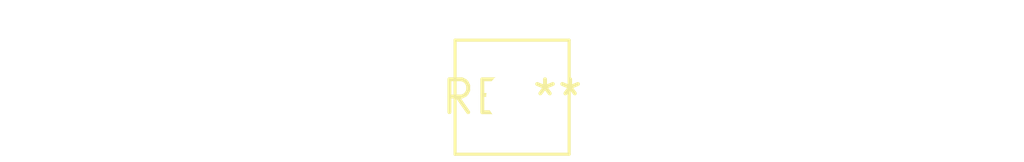
<source format=kicad_pcb>
(kicad_pcb (version 20240108) (generator pcbnew)
  (layers (0 "F.Cu" signal) (31 "B.Cu" signal) (34 "B.Paste" user) (35 "F.Paste" user) (36 "B.SilkS" user "B.Silkscreen") (37 "F.SilkS" user "F.Silkscreen") (38 "B.Mask" user) (39 "F.Mask" user) (44 "Edge.Cuts" user))
  (net 0 "")
  (footprint "TestPoint_THTPad_4.0x4.0mm_Drill2.0mm" (layer "F.Cu") (at 0 0)
    (property "Reference" "REF**")
    (property "Value" "TestPoint_THTPad_4.0x4.0mm_Drill2.0mm")
    (fp_line (start -2.2 -2.2) (end 2.2 -2.2) (layer "F.SilkS") (stroke (width 0.12)))
    (fp_line (start -2.2 2.2) (end -2.2 -2.2) (layer "F.SilkS") (stroke (width 0.12)))
    (fp_line (start 2.2 -2.2) (end 2.2 2.2) (layer "F.SilkS") (stroke (width 0.12)))
    (fp_line (start 2.2 2.2) (end -2.2 2.2) (layer "F.SilkS") (stroke (width 0.12)))
    (pad "1" thru_hole rect (at 0 0) (size 4 4) (drill 2) (layers *.Cu *.Mask) (remove_unused_layers))
  )
)
</source>
